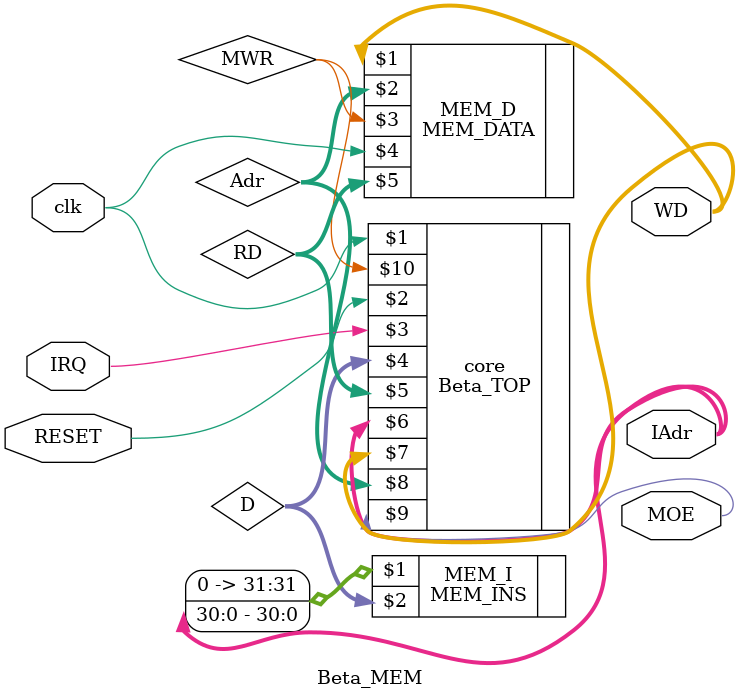
<source format=v>
`timescale 1ns/1ps 

module Beta_MEM(input clk,RESET,IRQ,
					 output wire[31:0] IAdr,WD,
					 output MOE);

wire[31:0] D,RD,Adr;	
wire MWR;			
Beta_TOP core(clk,RESET,IRQ,
					  D,RD,
					  IAdr,WD,
					  Adr,
					 MOE,MWR);
					
MEM_INS MEM_I({1'b0,IAdr[30:0]},
				  D);
				  
MEM_DATA MEM_D(WD,Adr, 
					MWR,clk,	
			      RD);

endmodule 
				 
				  


</source>
